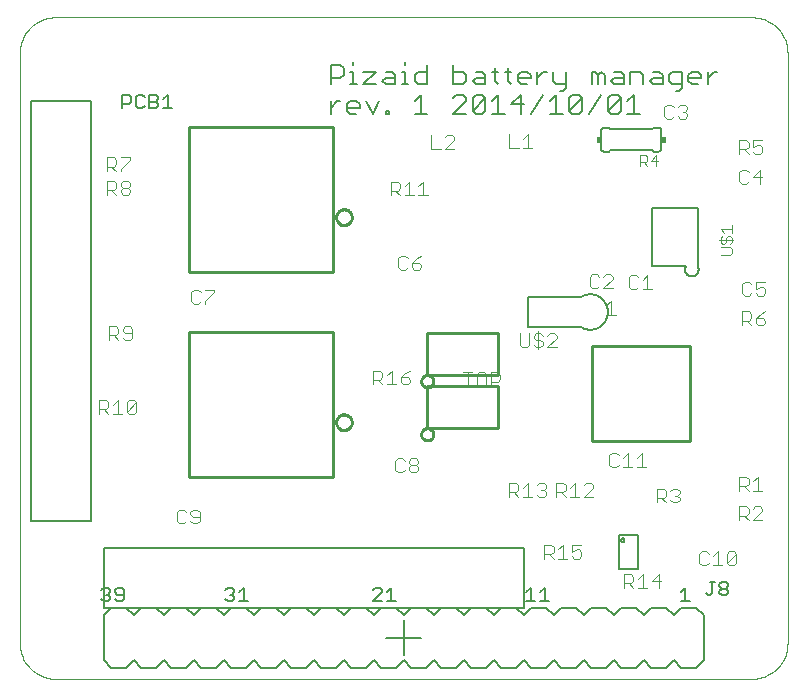
<source format=gto>
G75*
%MOIN*%
%OFA0B0*%
%FSLAX24Y24*%
%IPPOS*%
%LPD*%
%AMOC8*
5,1,8,0,0,1.08239X$1,22.5*
%
%ADD10C,0.0039*%
%ADD11C,0.0060*%
%ADD12C,0.0050*%
%ADD13C,0.0030*%
%ADD14C,0.0040*%
%ADD15R,0.0150X0.0200*%
%ADD16C,0.0100*%
D10*
X008983Y003305D02*
X008983Y022990D01*
X008985Y023056D01*
X008990Y023122D01*
X009000Y023188D01*
X009013Y023253D01*
X009029Y023317D01*
X009049Y023380D01*
X009073Y023442D01*
X009100Y023502D01*
X009130Y023561D01*
X009164Y023618D01*
X009201Y023673D01*
X009241Y023726D01*
X009283Y023777D01*
X009329Y023825D01*
X009377Y023871D01*
X009428Y023913D01*
X009481Y023953D01*
X009536Y023990D01*
X009593Y024024D01*
X009652Y024054D01*
X009712Y024081D01*
X009774Y024105D01*
X009837Y024125D01*
X009901Y024141D01*
X009966Y024154D01*
X010032Y024164D01*
X010098Y024169D01*
X010164Y024171D01*
X033393Y024171D01*
X033459Y024169D01*
X033525Y024164D01*
X033591Y024154D01*
X033656Y024141D01*
X033720Y024125D01*
X033783Y024105D01*
X033845Y024081D01*
X033905Y024054D01*
X033964Y024024D01*
X034021Y023990D01*
X034076Y023953D01*
X034129Y023913D01*
X034180Y023871D01*
X034228Y023825D01*
X034274Y023777D01*
X034316Y023726D01*
X034356Y023673D01*
X034393Y023618D01*
X034427Y023561D01*
X034457Y023502D01*
X034484Y023442D01*
X034508Y023380D01*
X034528Y023317D01*
X034544Y023253D01*
X034557Y023188D01*
X034567Y023122D01*
X034572Y023056D01*
X034574Y022990D01*
X034574Y003305D01*
X034572Y003239D01*
X034567Y003173D01*
X034557Y003107D01*
X034544Y003042D01*
X034528Y002978D01*
X034508Y002915D01*
X034484Y002853D01*
X034457Y002793D01*
X034427Y002734D01*
X034393Y002677D01*
X034356Y002622D01*
X034316Y002569D01*
X034274Y002518D01*
X034228Y002470D01*
X034180Y002424D01*
X034129Y002382D01*
X034076Y002342D01*
X034021Y002305D01*
X033964Y002271D01*
X033905Y002241D01*
X033845Y002214D01*
X033783Y002190D01*
X033720Y002170D01*
X033656Y002154D01*
X033591Y002141D01*
X033525Y002131D01*
X033459Y002126D01*
X033393Y002124D01*
X010164Y002124D01*
X010098Y002126D01*
X010032Y002131D01*
X009966Y002141D01*
X009901Y002154D01*
X009837Y002170D01*
X009774Y002190D01*
X009712Y002214D01*
X009652Y002241D01*
X009593Y002271D01*
X009536Y002305D01*
X009481Y002342D01*
X009428Y002382D01*
X009377Y002424D01*
X009329Y002470D01*
X009283Y002518D01*
X009241Y002569D01*
X009201Y002622D01*
X009164Y002677D01*
X009130Y002734D01*
X009100Y002793D01*
X009073Y002853D01*
X009049Y002915D01*
X009029Y002978D01*
X009013Y003042D01*
X009000Y003107D01*
X008990Y003173D01*
X008985Y003239D01*
X008983Y003305D01*
D11*
X011779Y002752D02*
X012029Y002502D01*
X012529Y002502D01*
X012779Y002752D01*
X013029Y002502D01*
X013529Y002502D01*
X013779Y002752D01*
X014029Y002502D01*
X014529Y002502D01*
X014779Y002752D01*
X015029Y002502D01*
X015529Y002502D01*
X015779Y002752D01*
X016029Y002502D01*
X016529Y002502D01*
X016779Y002752D01*
X017029Y002502D01*
X017529Y002502D01*
X017779Y002752D01*
X018029Y002502D01*
X018529Y002502D01*
X018779Y002752D01*
X019029Y002502D01*
X019529Y002502D01*
X019779Y002752D01*
X020029Y002502D01*
X020529Y002502D01*
X020779Y002752D01*
X021029Y002502D01*
X021529Y002502D01*
X021779Y002752D01*
X022029Y002502D01*
X022529Y002502D01*
X022779Y002752D01*
X023029Y002502D01*
X023529Y002502D01*
X023779Y002752D01*
X024029Y002502D01*
X024529Y002502D01*
X024779Y002752D01*
X025029Y002502D01*
X025529Y002502D01*
X025779Y002752D01*
X026029Y002502D01*
X026529Y002502D01*
X026779Y002752D01*
X027029Y002502D01*
X027529Y002502D01*
X027779Y002752D01*
X028029Y002502D01*
X028529Y002502D01*
X028779Y002752D01*
X029029Y002502D01*
X029529Y002502D01*
X029779Y002752D01*
X030029Y002502D01*
X030529Y002502D01*
X030779Y002752D01*
X031029Y002502D01*
X031529Y002502D01*
X031779Y002752D01*
X031779Y004252D01*
X031529Y004502D01*
X031029Y004502D01*
X030779Y004252D01*
X030529Y004502D01*
X030029Y004502D01*
X029779Y004252D01*
X029529Y004502D01*
X029029Y004502D01*
X028779Y004252D01*
X028529Y004502D01*
X028029Y004502D01*
X027779Y004252D01*
X027529Y004502D01*
X027029Y004502D01*
X026779Y004252D01*
X026529Y004502D01*
X026029Y004502D01*
X025779Y004252D01*
X025529Y004502D01*
X025029Y004502D01*
X024779Y004252D01*
X024529Y004502D01*
X024029Y004502D01*
X023779Y004252D01*
X023529Y004502D01*
X023029Y004502D01*
X022779Y004252D01*
X022529Y004502D01*
X022029Y004502D01*
X021779Y004252D01*
X021529Y004502D01*
X021029Y004502D01*
X020779Y004252D01*
X020529Y004502D01*
X020029Y004502D01*
X019779Y004252D01*
X019529Y004502D01*
X019029Y004502D01*
X018779Y004252D01*
X018529Y004502D01*
X018029Y004502D01*
X017779Y004252D01*
X017529Y004502D01*
X017029Y004502D01*
X016779Y004252D01*
X016529Y004502D01*
X016029Y004502D01*
X015779Y004252D01*
X015529Y004502D01*
X015029Y004502D01*
X014779Y004252D01*
X014529Y004502D01*
X014029Y004502D01*
X013779Y004252D01*
X013529Y004502D01*
X013029Y004502D01*
X012779Y004252D01*
X012529Y004502D01*
X012029Y004502D01*
X011779Y004252D01*
X011779Y002752D01*
X028465Y019701D02*
X028615Y019701D01*
X028665Y019751D01*
X030065Y019751D01*
X030115Y019701D01*
X030265Y019701D01*
X030282Y019703D01*
X030299Y019707D01*
X030315Y019714D01*
X030329Y019724D01*
X030342Y019737D01*
X030352Y019751D01*
X030359Y019767D01*
X030363Y019784D01*
X030365Y019801D01*
X030365Y020401D01*
X030363Y020418D01*
X030359Y020435D01*
X030352Y020451D01*
X030342Y020465D01*
X030329Y020478D01*
X030315Y020488D01*
X030299Y020495D01*
X030282Y020499D01*
X030265Y020501D01*
X030115Y020501D01*
X030065Y020451D01*
X028665Y020451D01*
X028615Y020501D01*
X028465Y020501D01*
X028448Y020499D01*
X028431Y020495D01*
X028415Y020488D01*
X028401Y020478D01*
X028388Y020465D01*
X028378Y020451D01*
X028371Y020435D01*
X028367Y020418D01*
X028365Y020401D01*
X028365Y019801D01*
X028367Y019784D01*
X028371Y019767D01*
X028378Y019751D01*
X028388Y019737D01*
X028401Y019724D01*
X028415Y019714D01*
X028431Y019707D01*
X028448Y019703D01*
X028465Y019701D01*
X028693Y020953D02*
X028586Y021060D01*
X029013Y021487D01*
X029013Y021060D01*
X028907Y020953D01*
X028693Y020953D01*
X028586Y021060D02*
X028586Y021487D01*
X028693Y021594D01*
X028907Y021594D01*
X029013Y021487D01*
X029231Y021380D02*
X029445Y021594D01*
X029445Y020953D01*
X029658Y020953D02*
X029231Y020953D01*
X029338Y021937D02*
X029338Y022364D01*
X029659Y022364D01*
X029765Y022258D01*
X029765Y021937D01*
X029983Y022044D02*
X030090Y022151D01*
X030410Y022151D01*
X030410Y022258D02*
X030410Y021937D01*
X030090Y021937D01*
X029983Y022044D01*
X030090Y022364D02*
X030303Y022364D01*
X030410Y022258D01*
X030628Y022258D02*
X030628Y022044D01*
X030734Y021937D01*
X031055Y021937D01*
X031055Y021831D02*
X031055Y022364D01*
X030734Y022364D01*
X030628Y022258D01*
X030841Y021724D02*
X030948Y021724D01*
X031055Y021831D01*
X031272Y022044D02*
X031272Y022258D01*
X031379Y022364D01*
X031592Y022364D01*
X031699Y022258D01*
X031699Y022151D01*
X031272Y022151D01*
X031272Y022044D02*
X031379Y021937D01*
X031592Y021937D01*
X031917Y021937D02*
X031917Y022364D01*
X031917Y022151D02*
X032130Y022364D01*
X032237Y022364D01*
X029121Y022258D02*
X029121Y021937D01*
X028801Y021937D01*
X028694Y022044D01*
X028801Y022151D01*
X029121Y022151D01*
X029121Y022258D02*
X029014Y022364D01*
X028801Y022364D01*
X028476Y022258D02*
X028476Y021937D01*
X028263Y021937D02*
X028263Y022258D01*
X028370Y022364D01*
X028476Y022258D01*
X028263Y022258D02*
X028156Y022364D01*
X028049Y022364D01*
X028049Y021937D01*
X028369Y021594D02*
X027942Y020953D01*
X027724Y021060D02*
X027618Y020953D01*
X027404Y020953D01*
X027297Y021060D01*
X027724Y021487D01*
X027724Y021060D01*
X027297Y021060D02*
X027297Y021487D01*
X027404Y021594D01*
X027618Y021594D01*
X027724Y021487D01*
X027187Y021831D02*
X027081Y021724D01*
X026974Y021724D01*
X026866Y021594D02*
X026866Y020953D01*
X026653Y020953D02*
X027080Y020953D01*
X026653Y021380D02*
X026866Y021594D01*
X026867Y021937D02*
X027187Y021937D01*
X027187Y021831D02*
X027187Y022364D01*
X026760Y022364D02*
X026760Y022044D01*
X026867Y021937D01*
X026435Y021594D02*
X026008Y020953D01*
X025684Y020953D02*
X025684Y021594D01*
X025364Y021273D01*
X025791Y021273D01*
X025685Y021937D02*
X025579Y022044D01*
X025579Y022258D01*
X025685Y022364D01*
X025899Y022364D01*
X026006Y022258D01*
X026006Y022151D01*
X025579Y022151D01*
X025685Y021937D02*
X025899Y021937D01*
X026223Y021937D02*
X026223Y022364D01*
X026223Y022151D02*
X026437Y022364D01*
X026543Y022364D01*
X025362Y022364D02*
X025149Y022364D01*
X025256Y022471D02*
X025256Y022044D01*
X025362Y021937D01*
X024933Y021937D02*
X024826Y022044D01*
X024826Y022471D01*
X024719Y022364D02*
X024933Y022364D01*
X024502Y022258D02*
X024502Y021937D01*
X024181Y021937D01*
X024075Y022044D01*
X024181Y022151D01*
X024502Y022151D01*
X024502Y022258D02*
X024395Y022364D01*
X024181Y022364D01*
X023857Y022258D02*
X023857Y022044D01*
X023750Y021937D01*
X023430Y021937D01*
X023430Y022578D01*
X023430Y022364D02*
X023750Y022364D01*
X023857Y022258D01*
X023750Y021594D02*
X023537Y021594D01*
X023430Y021487D01*
X023750Y021594D02*
X023857Y021487D01*
X023857Y021380D01*
X023430Y020953D01*
X023857Y020953D01*
X024075Y021060D02*
X024502Y021487D01*
X024502Y021060D01*
X024395Y020953D01*
X024181Y020953D01*
X024075Y021060D01*
X024075Y021487D01*
X024181Y021594D01*
X024395Y021594D01*
X024502Y021487D01*
X024719Y021380D02*
X024933Y021594D01*
X024933Y020953D01*
X025146Y020953D02*
X024719Y020953D01*
X022568Y020953D02*
X022141Y020953D01*
X022354Y020953D02*
X022354Y021594D01*
X022141Y021380D01*
X022248Y021937D02*
X022141Y022044D01*
X022141Y022258D01*
X022248Y022364D01*
X022568Y022364D01*
X022568Y022578D02*
X022568Y021937D01*
X022248Y021937D01*
X021925Y021937D02*
X021711Y021937D01*
X021818Y021937D02*
X021818Y022364D01*
X021711Y022364D01*
X021818Y022578D02*
X021818Y022685D01*
X021494Y022258D02*
X021494Y021937D01*
X021173Y021937D01*
X021067Y022044D01*
X021173Y022151D01*
X021494Y022151D01*
X021494Y022258D02*
X021387Y022364D01*
X021173Y022364D01*
X020849Y022364D02*
X020422Y021937D01*
X020849Y021937D01*
X020849Y022364D02*
X020422Y022364D01*
X020099Y022364D02*
X020099Y021937D01*
X019992Y021937D02*
X020206Y021937D01*
X020099Y022364D02*
X019992Y022364D01*
X020099Y022578D02*
X020099Y022685D01*
X019775Y022471D02*
X019775Y022258D01*
X019668Y022151D01*
X019348Y022151D01*
X019348Y021937D02*
X019348Y022578D01*
X019668Y022578D01*
X019775Y022471D01*
X019668Y021380D02*
X019561Y021380D01*
X019348Y021167D01*
X019348Y021380D02*
X019348Y020953D01*
X019885Y021060D02*
X019885Y021273D01*
X019992Y021380D01*
X020205Y021380D01*
X020312Y021273D01*
X020312Y021167D01*
X019885Y021167D01*
X019885Y021060D02*
X019992Y020953D01*
X020205Y020953D01*
X020530Y021380D02*
X020743Y020953D01*
X020957Y021380D01*
X021174Y021060D02*
X021281Y021060D01*
X021281Y020953D01*
X021174Y020953D01*
X021174Y021060D01*
D12*
X014065Y021137D02*
X013764Y021137D01*
X013915Y021137D02*
X013915Y021588D01*
X013764Y021437D01*
X013604Y021437D02*
X013529Y021362D01*
X013304Y021362D01*
X013144Y021212D02*
X013069Y021137D01*
X012919Y021137D01*
X012844Y021212D01*
X012844Y021512D01*
X012919Y021588D01*
X013069Y021588D01*
X013144Y021512D01*
X013304Y021588D02*
X013304Y021137D01*
X013529Y021137D01*
X013604Y021212D01*
X013604Y021287D01*
X013529Y021362D01*
X013604Y021437D02*
X013604Y021512D01*
X013529Y021588D01*
X013304Y021588D01*
X012683Y021512D02*
X012683Y021362D01*
X012608Y021287D01*
X012383Y021287D01*
X012383Y021137D02*
X012383Y021588D01*
X012608Y021588D01*
X012683Y021512D01*
X011361Y021376D02*
X009361Y021376D01*
X009361Y007376D01*
X011361Y007376D01*
X011361Y021376D01*
X025926Y014863D02*
X025926Y013840D01*
X027698Y013840D01*
X027698Y013839D02*
X027740Y013817D01*
X027783Y013798D01*
X027829Y013783D01*
X027875Y013772D01*
X027922Y013764D01*
X027969Y013760D01*
X028017Y013760D01*
X028064Y013764D01*
X028111Y013772D01*
X028157Y013783D01*
X028203Y013798D01*
X028246Y013817D01*
X028289Y013839D01*
X028329Y013865D01*
X028367Y013893D01*
X028402Y013925D01*
X028435Y013959D01*
X028465Y013996D01*
X028493Y014035D01*
X028516Y014076D01*
X028537Y014119D01*
X028554Y014164D01*
X028567Y014210D01*
X028576Y014256D01*
X028582Y014303D01*
X028584Y014351D01*
X028582Y014399D01*
X028576Y014446D01*
X028567Y014492D01*
X028554Y014538D01*
X028537Y014583D01*
X028516Y014626D01*
X028493Y014667D01*
X028465Y014706D01*
X028435Y014743D01*
X028402Y014777D01*
X028367Y014809D01*
X028329Y014837D01*
X028289Y014863D01*
X028246Y014885D01*
X028203Y014904D01*
X028157Y014919D01*
X028111Y014930D01*
X028064Y014938D01*
X028017Y014942D01*
X027969Y014942D01*
X027922Y014938D01*
X027875Y014930D01*
X027829Y014919D01*
X027783Y014904D01*
X027740Y014885D01*
X027698Y014863D01*
X025926Y014863D01*
X030044Y015887D02*
X031186Y015887D01*
X031174Y015861D01*
X031164Y015833D01*
X031158Y015805D01*
X031156Y015777D01*
X031157Y015748D01*
X031162Y015719D01*
X031171Y015692D01*
X031183Y015666D01*
X031198Y015641D01*
X031216Y015619D01*
X031237Y015599D01*
X031260Y015582D01*
X031285Y015568D01*
X031312Y015557D01*
X031340Y015550D01*
X031369Y015546D01*
X031397Y015546D01*
X031426Y015550D01*
X031454Y015557D01*
X031481Y015568D01*
X031506Y015582D01*
X031529Y015599D01*
X031550Y015619D01*
X031568Y015641D01*
X031583Y015666D01*
X031595Y015692D01*
X031604Y015719D01*
X031609Y015748D01*
X031610Y015777D01*
X031608Y015805D01*
X031602Y015833D01*
X031592Y015861D01*
X031580Y015887D01*
X031580Y017816D01*
X030044Y017816D01*
X030044Y015887D01*
X029574Y006927D02*
X028944Y006927D01*
X028944Y005785D01*
X029574Y005785D01*
X029574Y006927D01*
X029026Y006750D02*
X029028Y006764D01*
X029034Y006778D01*
X029042Y006790D01*
X029054Y006798D01*
X029068Y006804D01*
X029082Y006806D01*
X029096Y006804D01*
X029110Y006798D01*
X029122Y006790D01*
X029130Y006778D01*
X029136Y006764D01*
X029138Y006750D01*
X029136Y006736D01*
X029130Y006722D01*
X029122Y006710D01*
X029110Y006702D01*
X029096Y006696D01*
X029082Y006694D01*
X029068Y006696D01*
X029054Y006702D01*
X029042Y006710D01*
X029034Y006722D01*
X029028Y006736D01*
X029026Y006750D01*
X031022Y005008D02*
X031172Y005158D01*
X031172Y004708D01*
X031022Y004708D02*
X031322Y004708D01*
X031843Y004980D02*
X031918Y004905D01*
X031993Y004905D01*
X032068Y004980D01*
X032068Y005355D01*
X031993Y005355D02*
X032143Y005355D01*
X032303Y005280D02*
X032303Y005205D01*
X032378Y005130D01*
X032528Y005130D01*
X032604Y005055D01*
X032604Y004980D01*
X032528Y004905D01*
X032378Y004905D01*
X032303Y004980D01*
X032303Y005055D01*
X032378Y005130D01*
X032528Y005130D02*
X032604Y005205D01*
X032604Y005280D01*
X032528Y005355D01*
X032378Y005355D01*
X032303Y005280D01*
X026631Y004708D02*
X026331Y004708D01*
X026481Y004708D02*
X026481Y005158D01*
X026331Y005008D01*
X026171Y004708D02*
X025871Y004708D01*
X026021Y004708D02*
X026021Y005158D01*
X025871Y005008D01*
X025779Y004502D02*
X025779Y006502D01*
X011779Y006502D01*
X011779Y004502D01*
X025779Y004502D01*
X022369Y003502D02*
X021188Y003502D01*
X021779Y002911D02*
X021779Y004092D01*
X021513Y004708D02*
X021213Y004708D01*
X021363Y004708D02*
X021363Y005158D01*
X021213Y005008D01*
X021053Y005008D02*
X021053Y005083D01*
X020978Y005158D01*
X020828Y005158D01*
X020753Y005083D01*
X021053Y005008D02*
X020753Y004708D01*
X021053Y004708D01*
X016592Y004708D02*
X016292Y004708D01*
X016442Y004708D02*
X016442Y005158D01*
X016292Y005008D01*
X016132Y005008D02*
X016057Y004933D01*
X016132Y004858D01*
X016132Y004783D01*
X016057Y004708D01*
X015906Y004708D01*
X015831Y004783D01*
X015981Y004933D02*
X016057Y004933D01*
X016132Y005008D02*
X016132Y005083D01*
X016057Y005158D01*
X015906Y005158D01*
X015831Y005083D01*
X012458Y005083D02*
X012458Y004783D01*
X012383Y004708D01*
X012233Y004708D01*
X012158Y004783D01*
X011998Y004783D02*
X011923Y004708D01*
X011773Y004708D01*
X011697Y004783D01*
X011848Y004933D02*
X011923Y004933D01*
X011998Y004858D01*
X011998Y004783D01*
X011923Y004933D02*
X011998Y005008D01*
X011998Y005083D01*
X011923Y005158D01*
X011773Y005158D01*
X011697Y005083D01*
X012158Y005083D02*
X012158Y005008D01*
X012233Y004933D01*
X012458Y004933D01*
X012458Y005083D02*
X012383Y005158D01*
X012233Y005158D01*
X012158Y005083D01*
D13*
X032342Y016268D02*
X032646Y016268D01*
X032706Y016329D01*
X032706Y016450D01*
X032646Y016511D01*
X032342Y016511D01*
X032403Y016630D02*
X032342Y016691D01*
X032342Y016812D01*
X032403Y016873D01*
X032464Y016993D02*
X032342Y017114D01*
X032706Y017114D01*
X032706Y016993D02*
X032706Y017236D01*
X032646Y016873D02*
X032585Y016873D01*
X032524Y016812D01*
X032524Y016691D01*
X032464Y016630D01*
X032403Y016630D01*
X032282Y016752D02*
X032767Y016752D01*
X032706Y016812D02*
X032646Y016873D01*
X032706Y016812D02*
X032706Y016691D01*
X032646Y016630D01*
D14*
X033141Y015354D02*
X033064Y015278D01*
X033064Y014971D01*
X033141Y014894D01*
X033294Y014894D01*
X033371Y014971D01*
X033525Y014971D02*
X033601Y014894D01*
X033755Y014894D01*
X033832Y014971D01*
X033832Y015124D01*
X033755Y015201D01*
X033678Y015201D01*
X033525Y015124D01*
X033525Y015354D01*
X033832Y015354D01*
X033371Y015278D02*
X033294Y015354D01*
X033141Y015354D01*
X033064Y014370D02*
X033294Y014370D01*
X033371Y014293D01*
X033371Y014140D01*
X033294Y014063D01*
X033064Y014063D01*
X033064Y013910D02*
X033064Y014370D01*
X033218Y014063D02*
X033371Y013910D01*
X033525Y013986D02*
X033601Y013910D01*
X033755Y013910D01*
X033832Y013986D01*
X033832Y014063D01*
X033755Y014140D01*
X033525Y014140D01*
X033525Y013986D01*
X033525Y014140D02*
X033678Y014293D01*
X033832Y014370D01*
X030054Y015121D02*
X029747Y015121D01*
X029901Y015121D02*
X029901Y015582D01*
X029747Y015428D01*
X029594Y015505D02*
X029517Y015582D01*
X029363Y015582D01*
X029287Y015505D01*
X029287Y015198D01*
X029363Y015121D01*
X029517Y015121D01*
X029594Y015198D01*
X028745Y015151D02*
X028438Y015151D01*
X028745Y015458D01*
X028745Y015534D01*
X028668Y015611D01*
X028515Y015611D01*
X028438Y015534D01*
X028285Y015534D02*
X028208Y015611D01*
X028054Y015611D01*
X027978Y015534D01*
X027978Y015228D01*
X028054Y015151D01*
X028208Y015151D01*
X028285Y015228D01*
X028690Y014725D02*
X028690Y014265D01*
X028537Y014265D02*
X028844Y014265D01*
X028537Y014572D02*
X028690Y014725D01*
X026875Y013566D02*
X026799Y013643D01*
X026645Y013643D01*
X026568Y013566D01*
X026415Y013566D02*
X026338Y013643D01*
X026185Y013643D01*
X026108Y013566D01*
X026108Y013489D01*
X026185Y013413D01*
X026338Y013413D01*
X026415Y013336D01*
X026415Y013259D01*
X026338Y013182D01*
X026185Y013182D01*
X026108Y013259D01*
X025955Y013259D02*
X025955Y013643D01*
X025648Y013643D02*
X025648Y013259D01*
X025724Y013182D01*
X025878Y013182D01*
X025955Y013259D01*
X026262Y013106D02*
X026262Y013719D01*
X026568Y013182D02*
X026875Y013489D01*
X026875Y013566D01*
X026875Y013182D02*
X026568Y013182D01*
X024992Y012264D02*
X024992Y012110D01*
X024915Y012034D01*
X024685Y012034D01*
X024685Y011880D02*
X024685Y012341D01*
X024915Y012341D01*
X024992Y012264D01*
X024531Y012264D02*
X024531Y011957D01*
X024454Y011880D01*
X024301Y011880D01*
X024224Y011957D01*
X024224Y012264D01*
X024301Y012341D01*
X024454Y012341D01*
X024531Y012264D01*
X024071Y012341D02*
X023764Y012341D01*
X023917Y012341D02*
X023917Y011880D01*
X021989Y012018D02*
X021989Y012095D01*
X021912Y012171D01*
X021682Y012171D01*
X021682Y012018D01*
X021759Y011941D01*
X021912Y011941D01*
X021989Y012018D01*
X021835Y012325D02*
X021682Y012171D01*
X021835Y012325D02*
X021989Y012402D01*
X021375Y012402D02*
X021375Y011941D01*
X021222Y011941D02*
X021528Y011941D01*
X021222Y012248D02*
X021375Y012402D01*
X021068Y012325D02*
X021068Y012171D01*
X020991Y012095D01*
X020761Y012095D01*
X020915Y012095D02*
X021068Y011941D01*
X020761Y011941D02*
X020761Y012402D01*
X020991Y012402D01*
X021068Y012325D01*
X021579Y009476D02*
X021502Y009400D01*
X021502Y009093D01*
X021579Y009016D01*
X021732Y009016D01*
X021809Y009093D01*
X021963Y009093D02*
X021963Y009169D01*
X022039Y009246D01*
X022193Y009246D01*
X022270Y009169D01*
X022270Y009093D01*
X022193Y009016D01*
X022039Y009016D01*
X021963Y009093D01*
X022039Y009246D02*
X021963Y009323D01*
X021963Y009400D01*
X022039Y009476D01*
X022193Y009476D01*
X022270Y009400D01*
X022270Y009323D01*
X022193Y009246D01*
X021809Y009400D02*
X021732Y009476D01*
X021579Y009476D01*
X025293Y008646D02*
X025293Y008185D01*
X025293Y008339D02*
X025524Y008339D01*
X025600Y008415D01*
X025600Y008569D01*
X025524Y008646D01*
X025293Y008646D01*
X025447Y008339D02*
X025600Y008185D01*
X025754Y008185D02*
X026061Y008185D01*
X025907Y008185D02*
X025907Y008646D01*
X025754Y008492D01*
X026214Y008569D02*
X026291Y008646D01*
X026444Y008646D01*
X026521Y008569D01*
X026521Y008492D01*
X026444Y008415D01*
X026521Y008339D01*
X026521Y008262D01*
X026444Y008185D01*
X026291Y008185D01*
X026214Y008262D01*
X026368Y008415D02*
X026444Y008415D01*
X026868Y008339D02*
X027098Y008339D01*
X027175Y008415D01*
X027175Y008569D01*
X027098Y008646D01*
X026868Y008646D01*
X026868Y008185D01*
X027022Y008339D02*
X027175Y008185D01*
X027329Y008185D02*
X027635Y008185D01*
X027482Y008185D02*
X027482Y008646D01*
X027329Y008492D01*
X027789Y008569D02*
X027866Y008646D01*
X028019Y008646D01*
X028096Y008569D01*
X028096Y008492D01*
X027789Y008185D01*
X028096Y008185D01*
X028712Y009185D02*
X028865Y009185D01*
X028942Y009262D01*
X029096Y009185D02*
X029402Y009185D01*
X029249Y009185D02*
X029249Y009646D01*
X029096Y009492D01*
X028942Y009569D02*
X028865Y009646D01*
X028712Y009646D01*
X028635Y009569D01*
X028635Y009262D01*
X028712Y009185D01*
X029556Y009185D02*
X029863Y009185D01*
X029709Y009185D02*
X029709Y009646D01*
X029556Y009492D01*
X030210Y008465D02*
X030440Y008465D01*
X030517Y008388D01*
X030517Y008234D01*
X030440Y008158D01*
X030210Y008158D01*
X030363Y008158D02*
X030517Y008004D01*
X030670Y008081D02*
X030747Y008004D01*
X030901Y008004D01*
X030977Y008081D01*
X030977Y008158D01*
X030901Y008234D01*
X030824Y008234D01*
X030901Y008234D02*
X030977Y008311D01*
X030977Y008388D01*
X030901Y008465D01*
X030747Y008465D01*
X030670Y008388D01*
X030210Y008465D02*
X030210Y008004D01*
X031714Y006373D02*
X031637Y006296D01*
X031637Y005989D01*
X031714Y005913D01*
X031867Y005913D01*
X031944Y005989D01*
X032098Y005913D02*
X032404Y005913D01*
X032251Y005913D02*
X032251Y006373D01*
X032098Y006220D01*
X031944Y006296D02*
X031867Y006373D01*
X031714Y006373D01*
X032558Y006296D02*
X032558Y005989D01*
X032865Y006296D01*
X032865Y005989D01*
X032788Y005913D01*
X032635Y005913D01*
X032558Y005989D01*
X032558Y006296D02*
X032635Y006373D01*
X032788Y006373D01*
X032865Y006296D01*
X032966Y007414D02*
X032966Y007874D01*
X033196Y007874D01*
X033273Y007797D01*
X033273Y007644D01*
X033196Y007567D01*
X032966Y007567D01*
X033119Y007567D02*
X033273Y007414D01*
X033426Y007414D02*
X033733Y007721D01*
X033733Y007797D01*
X033656Y007874D01*
X033503Y007874D01*
X033426Y007797D01*
X033426Y007414D02*
X033733Y007414D01*
X033733Y008398D02*
X033426Y008398D01*
X033273Y008398D02*
X033119Y008551D01*
X033196Y008551D02*
X032966Y008551D01*
X032966Y008398D02*
X032966Y008858D01*
X033196Y008858D01*
X033273Y008782D01*
X033273Y008628D01*
X033196Y008551D01*
X033426Y008705D02*
X033580Y008858D01*
X033580Y008398D01*
X030278Y005610D02*
X030048Y005380D01*
X030355Y005380D01*
X030278Y005150D02*
X030278Y005610D01*
X029741Y005610D02*
X029588Y005457D01*
X029434Y005534D02*
X029434Y005380D01*
X029357Y005303D01*
X029127Y005303D01*
X029127Y005150D02*
X029127Y005610D01*
X029357Y005610D01*
X029434Y005534D01*
X029281Y005303D02*
X029434Y005150D01*
X029588Y005150D02*
X029895Y005150D01*
X029741Y005150D02*
X029741Y005610D01*
X027698Y006211D02*
X027621Y006134D01*
X027467Y006134D01*
X027391Y006211D01*
X027391Y006364D02*
X027544Y006441D01*
X027621Y006441D01*
X027698Y006364D01*
X027698Y006211D01*
X027391Y006364D02*
X027391Y006594D01*
X027698Y006594D01*
X027084Y006594D02*
X027084Y006134D01*
X027237Y006134D02*
X026930Y006134D01*
X026777Y006134D02*
X026623Y006288D01*
X026700Y006288D02*
X026470Y006288D01*
X026470Y006134D02*
X026470Y006594D01*
X026700Y006594D01*
X026777Y006518D01*
X026777Y006364D01*
X026700Y006288D01*
X026930Y006441D02*
X027084Y006594D01*
X015470Y015014D02*
X015470Y015091D01*
X015163Y015091D01*
X015010Y015014D02*
X014933Y015091D01*
X014780Y015091D01*
X014703Y015014D01*
X014703Y014707D01*
X014780Y014630D01*
X014933Y014630D01*
X015010Y014707D01*
X015163Y014707D02*
X015470Y015014D01*
X015163Y014707D02*
X015163Y014630D01*
X012719Y013801D02*
X012719Y013494D01*
X012643Y013418D01*
X012489Y013418D01*
X012412Y013494D01*
X012259Y013418D02*
X012106Y013571D01*
X012182Y013571D02*
X011952Y013571D01*
X011952Y013418D02*
X011952Y013878D01*
X012182Y013878D01*
X012259Y013801D01*
X012259Y013648D01*
X012182Y013571D01*
X012412Y013724D02*
X012489Y013648D01*
X012719Y013648D01*
X012719Y013801D02*
X012643Y013878D01*
X012489Y013878D01*
X012412Y013801D01*
X012412Y013724D01*
X012246Y011417D02*
X012093Y011264D01*
X011939Y011341D02*
X011939Y011187D01*
X011862Y011110D01*
X011632Y011110D01*
X011632Y010957D02*
X011632Y011417D01*
X011862Y011417D01*
X011939Y011341D01*
X011786Y011110D02*
X011939Y010957D01*
X012093Y010957D02*
X012400Y010957D01*
X012246Y010957D02*
X012246Y011417D01*
X012553Y011341D02*
X012553Y011034D01*
X012860Y011341D01*
X012860Y011034D01*
X012783Y010957D01*
X012630Y010957D01*
X012553Y011034D01*
X012553Y011341D02*
X012630Y011417D01*
X012783Y011417D01*
X012860Y011341D01*
X014288Y007764D02*
X014211Y007687D01*
X014211Y007380D01*
X014288Y007303D01*
X014441Y007303D01*
X014518Y007380D01*
X014671Y007380D02*
X014748Y007303D01*
X014902Y007303D01*
X014978Y007380D01*
X014978Y007687D01*
X014902Y007764D01*
X014748Y007764D01*
X014671Y007687D01*
X014671Y007610D01*
X014748Y007534D01*
X014978Y007534D01*
X014518Y007687D02*
X014441Y007764D01*
X014288Y007764D01*
X021677Y015764D02*
X021831Y015764D01*
X021908Y015841D01*
X022061Y015841D02*
X022061Y015994D01*
X022291Y015994D01*
X022368Y015917D01*
X022368Y015841D01*
X022291Y015764D01*
X022138Y015764D01*
X022061Y015841D01*
X022061Y015994D02*
X022215Y016148D01*
X022368Y016224D01*
X021908Y016148D02*
X021831Y016224D01*
X021677Y016224D01*
X021601Y016148D01*
X021601Y015841D01*
X021677Y015764D01*
X021659Y018240D02*
X021505Y018394D01*
X021582Y018394D02*
X021352Y018394D01*
X021352Y018240D02*
X021352Y018701D01*
X021582Y018701D01*
X021659Y018624D01*
X021659Y018471D01*
X021582Y018394D01*
X021812Y018547D02*
X021966Y018701D01*
X021966Y018240D01*
X022119Y018240D02*
X021812Y018240D01*
X022272Y018240D02*
X022579Y018240D01*
X022426Y018240D02*
X022426Y018701D01*
X022272Y018547D01*
X022701Y019788D02*
X023008Y019788D01*
X023161Y019788D02*
X023468Y020095D01*
X023468Y020171D01*
X023392Y020248D01*
X023238Y020248D01*
X023161Y020171D01*
X023161Y019788D02*
X023468Y019788D01*
X022701Y019788D02*
X022701Y020248D01*
X025301Y020276D02*
X025301Y019815D01*
X025608Y019815D01*
X025762Y019815D02*
X026069Y019815D01*
X025915Y019815D02*
X025915Y020276D01*
X025762Y020122D01*
X029667Y019572D02*
X029667Y019221D01*
X029667Y019338D02*
X029842Y019338D01*
X029900Y019396D01*
X029900Y019513D01*
X029842Y019572D01*
X029667Y019572D01*
X029784Y019338D02*
X029900Y019221D01*
X030026Y019396D02*
X030201Y019572D01*
X030201Y019221D01*
X030260Y019396D02*
X030026Y019396D01*
X030545Y020802D02*
X030698Y020802D01*
X030775Y020879D01*
X030928Y020879D02*
X031005Y020802D01*
X031158Y020802D01*
X031235Y020879D01*
X031235Y020956D01*
X031158Y021033D01*
X031082Y021033D01*
X031158Y021033D02*
X031235Y021109D01*
X031235Y021186D01*
X031158Y021263D01*
X031005Y021263D01*
X030928Y021186D01*
X030775Y021186D02*
X030698Y021263D01*
X030545Y021263D01*
X030468Y021186D01*
X030468Y020879D01*
X030545Y020802D01*
X032966Y020079D02*
X032966Y019618D01*
X032966Y019772D02*
X033196Y019772D01*
X033273Y019849D01*
X033273Y020002D01*
X033196Y020079D01*
X032966Y020079D01*
X033119Y019772D02*
X033273Y019618D01*
X033426Y019695D02*
X033503Y019618D01*
X033656Y019618D01*
X033733Y019695D01*
X033733Y019849D01*
X033656Y019925D01*
X033580Y019925D01*
X033426Y019849D01*
X033426Y020079D01*
X033733Y020079D01*
X033656Y019094D02*
X033426Y018864D01*
X033733Y018864D01*
X033656Y018634D02*
X033656Y019094D01*
X033273Y019018D02*
X033196Y019094D01*
X033043Y019094D01*
X032966Y019018D01*
X032966Y018711D01*
X033043Y018634D01*
X033196Y018634D01*
X033273Y018711D01*
X012651Y018644D02*
X012651Y018567D01*
X012574Y018490D01*
X012420Y018490D01*
X012344Y018567D01*
X012344Y018644D01*
X012420Y018720D01*
X012574Y018720D01*
X012651Y018644D01*
X012574Y018490D02*
X012651Y018414D01*
X012651Y018337D01*
X012574Y018260D01*
X012420Y018260D01*
X012344Y018337D01*
X012344Y018414D01*
X012420Y018490D01*
X012190Y018490D02*
X012113Y018414D01*
X011883Y018414D01*
X012037Y018414D02*
X012190Y018260D01*
X012190Y018490D02*
X012190Y018644D01*
X012113Y018720D01*
X011883Y018720D01*
X011883Y018260D01*
X011883Y019047D02*
X011883Y019508D01*
X012113Y019508D01*
X012190Y019431D01*
X012190Y019278D01*
X012113Y019201D01*
X011883Y019201D01*
X012037Y019201D02*
X012190Y019047D01*
X012344Y019047D02*
X012344Y019124D01*
X012651Y019431D01*
X012651Y019508D01*
X012344Y019508D01*
D15*
X028290Y020101D03*
X030440Y020101D03*
D16*
X024928Y013659D02*
X022566Y013659D01*
X022566Y012242D01*
X024928Y012242D01*
X024928Y013659D01*
X024928Y011888D02*
X022566Y011888D01*
X022566Y010470D01*
X024928Y010470D01*
X024928Y011888D01*
X022362Y012045D02*
X022364Y012073D01*
X022370Y012101D01*
X022380Y012128D01*
X022393Y012153D01*
X022410Y012176D01*
X022429Y012197D01*
X022452Y012214D01*
X022477Y012228D01*
X022503Y012239D01*
X022531Y012246D01*
X022559Y012249D01*
X022587Y012248D01*
X022615Y012243D01*
X022642Y012234D01*
X022668Y012222D01*
X022692Y012206D01*
X022713Y012187D01*
X022731Y012165D01*
X022746Y012141D01*
X022758Y012115D01*
X022766Y012087D01*
X022770Y012059D01*
X022770Y012031D01*
X022766Y012003D01*
X022758Y011975D01*
X022746Y011949D01*
X022731Y011925D01*
X022713Y011903D01*
X022692Y011884D01*
X022668Y011868D01*
X022642Y011856D01*
X022615Y011847D01*
X022587Y011842D01*
X022559Y011841D01*
X022531Y011844D01*
X022503Y011851D01*
X022477Y011862D01*
X022452Y011876D01*
X022429Y011893D01*
X022410Y011914D01*
X022393Y011937D01*
X022380Y011962D01*
X022370Y011989D01*
X022364Y012017D01*
X022362Y012045D01*
X022362Y010274D02*
X022364Y010302D01*
X022370Y010330D01*
X022380Y010357D01*
X022393Y010382D01*
X022410Y010405D01*
X022429Y010426D01*
X022452Y010443D01*
X022477Y010457D01*
X022503Y010468D01*
X022531Y010475D01*
X022559Y010478D01*
X022587Y010477D01*
X022615Y010472D01*
X022642Y010463D01*
X022668Y010451D01*
X022692Y010435D01*
X022713Y010416D01*
X022731Y010394D01*
X022746Y010370D01*
X022758Y010344D01*
X022766Y010316D01*
X022770Y010288D01*
X022770Y010260D01*
X022766Y010232D01*
X022758Y010204D01*
X022746Y010178D01*
X022731Y010154D01*
X022713Y010132D01*
X022692Y010113D01*
X022668Y010097D01*
X022642Y010085D01*
X022615Y010076D01*
X022587Y010071D01*
X022559Y010070D01*
X022531Y010073D01*
X022503Y010080D01*
X022477Y010091D01*
X022452Y010105D01*
X022429Y010122D01*
X022410Y010143D01*
X022393Y010166D01*
X022380Y010191D01*
X022370Y010218D01*
X022364Y010246D01*
X022362Y010274D01*
X019527Y010677D02*
X019529Y010709D01*
X019535Y010740D01*
X019545Y010771D01*
X019558Y010800D01*
X019575Y010827D01*
X019595Y010852D01*
X019618Y010874D01*
X019643Y010894D01*
X019671Y010910D01*
X019701Y010922D01*
X019731Y010931D01*
X019763Y010936D01*
X019795Y010937D01*
X019827Y010934D01*
X019858Y010927D01*
X019888Y010916D01*
X019917Y010902D01*
X019944Y010884D01*
X019968Y010864D01*
X019990Y010840D01*
X020008Y010814D01*
X020023Y010786D01*
X020035Y010756D01*
X020043Y010725D01*
X020047Y010693D01*
X020047Y010661D01*
X020043Y010629D01*
X020035Y010598D01*
X020023Y010568D01*
X020008Y010540D01*
X019990Y010514D01*
X019968Y010490D01*
X019944Y010470D01*
X019917Y010452D01*
X019888Y010438D01*
X019858Y010427D01*
X019827Y010420D01*
X019795Y010417D01*
X019763Y010418D01*
X019731Y010423D01*
X019701Y010432D01*
X019671Y010444D01*
X019643Y010460D01*
X019618Y010480D01*
X019595Y010502D01*
X019575Y010527D01*
X019558Y010554D01*
X019545Y010583D01*
X019535Y010614D01*
X019529Y010645D01*
X019527Y010677D01*
X019433Y008866D02*
X019433Y013669D01*
X014630Y013669D01*
X014630Y008866D01*
X019433Y008866D01*
X028058Y010063D02*
X031326Y010063D01*
X031326Y013213D01*
X028058Y013213D01*
X028058Y010063D01*
X019433Y015701D02*
X019433Y020504D01*
X014630Y020504D01*
X014630Y015701D01*
X019433Y015701D01*
X019527Y017512D02*
X019529Y017544D01*
X019535Y017575D01*
X019545Y017606D01*
X019558Y017635D01*
X019575Y017662D01*
X019595Y017687D01*
X019618Y017709D01*
X019643Y017729D01*
X019671Y017745D01*
X019701Y017757D01*
X019731Y017766D01*
X019763Y017771D01*
X019795Y017772D01*
X019827Y017769D01*
X019858Y017762D01*
X019888Y017751D01*
X019917Y017737D01*
X019944Y017719D01*
X019968Y017699D01*
X019990Y017675D01*
X020008Y017649D01*
X020023Y017621D01*
X020035Y017591D01*
X020043Y017560D01*
X020047Y017528D01*
X020047Y017496D01*
X020043Y017464D01*
X020035Y017433D01*
X020023Y017403D01*
X020008Y017375D01*
X019990Y017349D01*
X019968Y017325D01*
X019944Y017305D01*
X019917Y017287D01*
X019888Y017273D01*
X019858Y017262D01*
X019827Y017255D01*
X019795Y017252D01*
X019763Y017253D01*
X019731Y017258D01*
X019701Y017267D01*
X019671Y017279D01*
X019643Y017295D01*
X019618Y017315D01*
X019595Y017337D01*
X019575Y017362D01*
X019558Y017389D01*
X019545Y017418D01*
X019535Y017449D01*
X019529Y017480D01*
X019527Y017512D01*
M02*

</source>
